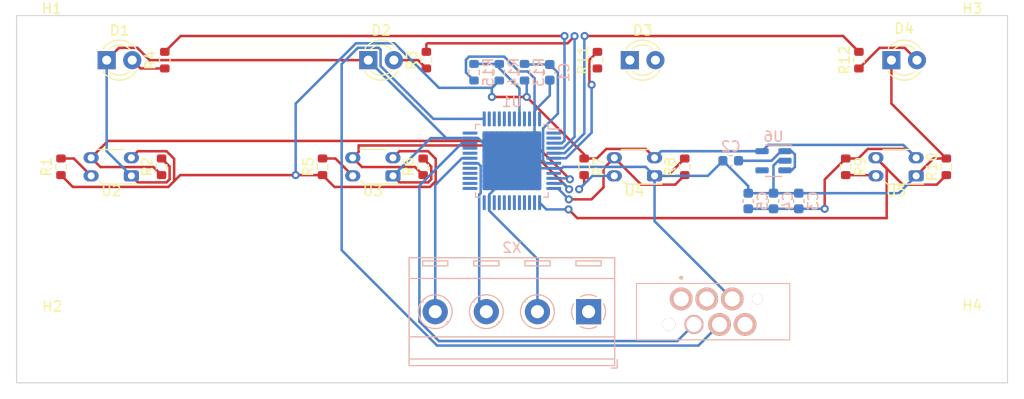
<source format=kicad_pcb>
(kicad_pcb (version 20221018) (generator pcbnew)
  (layers (0 "F.Cu" signal) (31 "B.Cu" signal) (34 "B.Paste" user) (35 "F.Paste" user) (36 "B.SilkS" user "B.Silkscreen") (37 "F.SilkS" user "F.Silkscreen") (38 "B.Mask" user) (39 "F.Mask" user) (44 "Edge.Cuts" user))
  (net 0 "")
  (net 1 "GNDD")
  (net 2 "Net-(U1-NRST)")
  (net 3 "Net-(U6-VIN)")
  (net 4 "+3.3V")
  (net 5 "Net-(D1-A)")
  (net 6 "Net-(D2-A)")
  (net 7 "Net-(D3-A)")
  (net 8 "Net-(D4-A)")
  (net 9 "Net-(U2-A)")
  (net 10 "/Pin0")
  (net 11 "/Light1")
  (net 12 "/Light0")
  (net 13 "Net-(U3-A)")
  (net 14 "/Pin1")
  (net 15 "Net-(U4-A)")
  (net 16 "/Pin2")
  (net 17 "Net-(U5-A)")
  (net 18 "/Pin3")
  (net 19 "/Light3")
  (net 20 "/Light2")
  (net 21 "Net-(U1-BOOT0)")
  (net 39 "/USART1_CK")
  (net 40 "/USART1_TX")
  (net 41 "/USART1_RX")
  (net 44 "/SYS_SWDIO")
  (net 46 "/SYS_SWCLK")
  (net 57 "/5V")
  (net 58 "+3V3")
  (net 59 "/NRST")
  (footprint "Resistor_SMD:R_0603_1608Metric" (layer "F.Cu") (at 119 99.1 90)
    (fp_text reference "R5" (at 0 -1.43 90) (layer "F.SilkS"))
    (fp_text value "470R")
    (pad "1" smd roundrect (at -0.825 0 90) (size 0.8 0.95) (layers "F.Cu" "F.Paste" "F.Mask") (net 4 "+3.3V"))
    (pad "2" smd roundrect (at 0.825 0 90) (size 0.8 0.95) (layers "F.Cu" "F.Paste" "F.Mask") (net 13 "Net-(U3-A)"))
  )
  (footprint "LED_THT:LED_D3.0mm" (layer "F.Cu") (at 149.545 88.5)
    (fp_text reference "D3" (at 1.27 -2.96) (layer "F.SilkS"))
    (fp_text value "LED")
    (pad "1" thru_hole rect (at 0 0) (size 1.8 1.8) (drill 0.9) (layers "*.Cu" "*.Mask") (net 1 "GNDD"))
    (pad "2" thru_hole circle (at 2.54 0) (size 1.8 1.8) (drill 0.9) (layers "*.Cu" "*.Mask") (net 7 "Net-(D3-A)"))
  )
  (footprint "MountingHole:MountingHole_3.2mm_M3" (layer "F.Cu") (at 92.13 117.17)
    (fp_text reference "H2" (at 0 -4.2) (layer "F.SilkS"))
    (fp_text value "MountingHole")
    (pad "" np_thru_hole circle (at 0 0) (size 3.2 3.2) (drill 3.2) (layers "*.Cu" "*.Mask"))
  )
  (footprint "Resistor_SMD:R_0603_1608Metric" (layer "F.Cu") (at 155 99.1 90)
    (fp_text reference "R8" (at 0 -1.43 90) (layer "F.SilkS"))
    (fp_text value "4K7")
    (pad "1" smd roundrect (at -0.825 0 90) (size 0.8 0.95) (layers "F.Cu" "F.Paste" "F.Mask") (net 16 "/Pin2"))
    (pad "2" smd roundrect (at 0.825 0 90) (size 0.8 0.95) (layers "F.Cu" "F.Paste" "F.Mask") (net 1 "GNDD"))
  )
  (footprint "OptoDevice:Everlight_ITR8307F43" (layer "F.Cu") (at 126 100 90)
    (fp_text reference "U3" (at -1.5 -2 180) (layer "F.SilkS"))
    (fp_text value "ITR20001/T")
    (pad "1" thru_hole roundrect (at 0 0 90) (size 1.1 1.5) (drill 0.7) (layers "*.Cu" "*.Mask") (roundrect_rratio 0.227) (net 1 "GNDD"))
    (pad "2" thru_hole oval (at 0 -4 90) (size 1.1 1.5) (drill 0.7) (layers "*.Cu" "*.Mask") (net 13 "Net-(U3-A)"))
    (pad "3" thru_hole oval (at 1.8 0 90) (size 1.1 1.5) (drill 0.7) (layers "*.Cu" "*.Mask") (net 4 "+3.3V"))
    (pad "4" thru_hole oval (at 1.8 -4 90) (size 1.1 1.5) (drill 0.7) (layers "*.Cu" "*.Mask") (net 14 "/Pin1"))
  )
  (footprint "Resistor_SMD:R_0603_1608Metric" (layer "F.Cu") (at 171 99.1 -90)
    (fp_text reference "R9" (at 0 -1.43 90) (layer "F.SilkS"))
    (fp_text value "470R")
    (pad "1" smd roundrect (at -0.825 0 270) (size 0.8 0.95) (layers "F.Cu" "F.Paste" "F.Mask") (net 4 "+3.3V"))
    (pad "2" smd roundrect (at 0.825 0 270) (size 0.8 0.95) (layers "F.Cu" "F.Paste" "F.Mask") (net 17 "Net-(U5-A)"))
  )
  (footprint "Resistor_SMD:R_0603_1608Metric" (layer "F.Cu") (at 129 99.1 90)
    (fp_text reference "R6" (at 0 -1.43 90) (layer "F.SilkS"))
    (fp_text value "4K7")
    (pad "1" smd roundrect (at -0.825 0 90) (size 0.8 0.95) (layers "F.Cu" "F.Paste" "F.Mask") (net 14 "/Pin1"))
    (pad "2" smd roundrect (at 0.825 0 90) (size 0.8 0.95) (layers "F.Cu" "F.Paste" "F.Mask") (net 1 "GNDD"))
  )
  (footprint "Resistor_SMD:R_0603_1608Metric" (layer "F.Cu") (at 145 99.1 -90)
    (fp_text reference "R7" (at 0 -1.43 90) (layer "F.SilkS"))
    (fp_text value "470R")
    (pad "1" smd roundrect (at -0.825 0 270) (size 0.8 0.95) (layers "F.Cu" "F.Paste" "F.Mask") (net 4 "+3.3V"))
    (pad "2" smd roundrect (at 0.825 0 270) (size 0.8 0.95) (layers "F.Cu" "F.Paste" "F.Mask") (net 15 "Net-(U4-A)"))
  )
  (footprint "LED_THT:LED_D3.0mm" (layer "F.Cu") (at 175.54 88.5)
    (fp_text reference "D4" (at 1.255 -3.14) (layer "F.SilkS"))
    (fp_text value "LED")
    (pad "1" thru_hole rect (at 0 0) (size 1.8 1.8) (drill 0.9) (layers "*.Cu" "*.Mask") (net 1 "GNDD"))
    (pad "2" thru_hole circle (at 2.54 0) (size 1.8 1.8) (drill 0.9) (layers "*.Cu" "*.Mask") (net 8 "Net-(D4-A)"))
  )
  (footprint "MountingHole:MountingHole_3.2mm_M3" (layer "F.Cu") (at 183.58 117.07)
    (fp_text reference "H4" (at 0 -4.2) (layer "F.SilkS"))
    (fp_text value "MountingHole")
    (pad "" np_thru_hole circle (at 0 0) (size 3.2 3.2) (drill 3.2) (layers "*.Cu" "*.Mask"))
  )
  (footprint "Resistor_SMD:R_0603_1608Metric" (layer "F.Cu") (at 103 99.1 90)
    (fp_text reference "R2" (at 0 -1.43 90) (layer "F.SilkS"))
    (fp_text value "4K7")
    (pad "1" smd roundrect (at -0.825 0 90) (size 0.8 0.95) (layers "F.Cu" "F.Paste" "F.Mask") (net 10 "/Pin0"))
    (pad "2" smd roundrect (at 0.825 0 90) (size 0.8 0.95) (layers "F.Cu" "F.Paste" "F.Mask") (net 1 "GNDD"))
  )
  (footprint "MountingHole:MountingHole_3.2mm_M3" (layer "F.Cu") (at 92.09 87.57)
    (fp_text reference "H1" (at 0 -4.2) (layer "F.SilkS"))
    (fp_text value "MountingHole")
    (pad "" np_thru_hole circle (at 0 0) (size 3.2 3.2) (drill 3.2) (layers "*.Cu" "*.Mask"))
  )
  (footprint "Resistor_SMD:R_0603_1608Metric" (layer "F.Cu") (at 129.32 88.5 90)
    (fp_text reference "R3" (at 0 -1.43 90) (layer "F.SilkS"))
    (fp_text value "470R")
    (pad "1" smd roundrect (at -0.825 0 90) (size 0.8 0.95) (layers "F.Cu" "F.Paste" "F.Mask") (net 6 "Net-(D2-A)"))
    (pad "2" smd roundrect (at 0.825 0 90) (size 0.8 0.95) (layers "F.Cu" "F.Paste" "F.Mask") (net 11 "/Light1"))
  )
  (footprint "Resistor_SMD:R_0603_1608Metric" (layer "F.Cu") (at 93 99.1 90)
    (fp_text reference "R1" (at 0 -1.43 90) (layer "F.SilkS"))
    (fp_text value "470R")
    (pad "1" smd roundrect (at -0.825 0 90) (size 0.8 0.95) (layers "F.Cu" "F.Paste" "F.Mask") (net 4 "+3.3V"))
    (pad "2" smd roundrect (at 0.825 0 90) (size 0.8 0.95) (layers "F.Cu" "F.Paste" "F.Mask") (net 9 "Net-(U2-A)"))
  )
  (footprint "LED_THT:LED_D3.0mm" (layer "F.Cu") (at 97.545 88.5)
    (fp_text reference "D1" (at 1.27 -2.96) (layer "F.SilkS"))
    (fp_text value "LED")
    (pad "1" thru_hole rect (at 0 0) (size 1.8 1.8) (drill 0.9) (layers "*.Cu" "*.Mask") (net 1 "GNDD"))
    (pad "2" thru_hole circle (at 2.54 0) (size 1.8 1.8) (drill 0.9) (layers "*.Cu" "*.Mask") (net 5 "Net-(D1-A)"))
  )
  (footprint "OptoDevice:Everlight_ITR8307F43" (layer "F.Cu") (at 100 100 90)
    (fp_text reference "U2" (at -1.5 -2 180) (layer "F.SilkS"))
    (fp_text value "ITR20001/T")
    (pad "1" thru_hole roundrect (at 0 0 90) (size 1.1 1.5) (drill 0.7) (layers "*.Cu" "*.Mask") (roundrect_rratio 0.227) (net 1 "GNDD"))
    (pad "2" thru_hole oval (at 0 -4 90) (size 1.1 1.5) (drill 0.7) (layers "*.Cu" "*.Mask") (net 9 "Net-(U2-A)"))
    (pad "3" thru_hole oval (at 1.8 0 90) (size 1.1 1.5) (drill 0.7) (layers "*.Cu" "*.Mask") (net 4 "+3.3V"))
    (pad "4" thru_hole oval (at 1.8 -4 90) (size 1.1 1.5) (drill 0.7) (layers "*.Cu" "*.Mask") (net 10 "/Pin0"))
  )
  (footprint "OptoDevice:Everlight_ITR8307F43" (layer "F.Cu") (at 152 100 90)
    (fp_text reference "U4" (at -1.5 -2 180) (layer "F.SilkS"))
    (fp_text value "ITR20001/T")
    (pad "1" thru_hole roundrect (at 0 0 90) (size 1.1 1.5) (drill 0.7) (layers "*.Cu" "*.Mask") (roundrect_rratio 0.227) (net 1 "GNDD"))
    (pad "2" thru_hole oval (at 0 -4 90) (size 1.1 1.5) (drill 0.7) (layers "*.Cu" "*.Mask") (net 15 "Net-(U4-A)"))
    (pad "3" thru_hole oval (at 1.8 0 90) (size 1.1 1.5) (drill 0.7) (layers "*.Cu" "*.Mask") (net 4 "+3.3V"))
    (pad "4" thru_hole oval (at 1.8 -4 90) (size 1.1 1.5) (drill 0.7) (layers "*.Cu" "*.Mask") (net 16 "/Pin2"))
  )
  (footprint "Resistor_SMD:R_0603_1608Metric" (layer "F.Cu") (at 146.32 88.5 90)
    (fp_text reference "R11" (at 0 -1.43 90) (layer "F.SilkS"))
    (fp_text value "470R")
    (pad "1" smd roundrect (at -0.825 0 90) (size 0.8 0.95) (layers "F.Cu" "F.Paste" "F.Mask") (net 7 "Net-(D3-A)"))
    (pad "2" smd roundrect (at 0.825 0 90) (size 0.8 0.95) (layers "F.Cu" "F.Paste" "F.Mask") (net 19 "/Light3"))
  )
  (footprint "OptoDevice:Everlight_ITR8307F43" (layer "F.Cu") (at 178 100 90)
    (fp_text reference "U5" (at -1.5 -2 180) (layer "F.SilkS"))
    (fp_text value "ITR20001/T")
    (pad "1" thru_hole roundrect (at 0 0 90) (size 1.1 1.5) (drill 0.7) (layers "*.Cu" "*.Mask") (roundrect_rratio 0.227) (net 1 "GNDD"))
    (pad "2" thru_hole oval (at 0 -4 90) (size 1.1 1.5) (drill 0.7) (layers "*.Cu" "*.Mask") (net 17 "Net-(U5-A)"))
    (pad "3" thru_hole oval (at 1.8 0 90) (size 1.1 1.5) (drill 0.7) (layers "*.Cu" "*.Mask") (net 4 "+3.3V"))
    (pad "4" thru_hole oval (at 1.8 -4 90) (size 1.1 1.5) (drill 0.7) (layers "*.Cu" "*.Mask") (net 18 "/Pin3"))
  )
  (footprint "Resistor_SMD:R_0603_1608Metric" (layer "F.Cu") (at 172.31 88.5 90)
    (fp_text reference "R12" (at 0 -1.43 90) (layer "F.SilkS"))
    (fp_text value "470R")
    (pad "1" smd roundrect (at -0.825 0 90) (size 0.8 0.95) (layers "F.Cu" "F.Paste" "F.Mask") (net 8 "Net-(D4-A)"))
    (pad "2" smd roundrect (at 0.825 0 90) (size 0.8 0.95) (layers "F.Cu" "F.Paste" "F.Mask") (net 20 "/Light2"))
  )
  (footprint "Resistor_SMD:R_0603_1608Metric" (layer "F.Cu") (at 103.32 88.5 90)
    (fp_text reference "R4" (at 0 -1.43 90) (layer "F.SilkS"))
    (fp_text value "470R")
    (pad "1" smd roundrect (at -0.825 0 90) (size 0.8 0.95) (layers "F.Cu" "F.Paste" "F.Mask") (net 5 "Net-(D1-A)"))
    (pad "2" smd roundrect (at 0.825 0 90) (size 0.8 0.95) (layers "F.Cu" "F.Paste" "F.Mask") (net 12 "/Light0"))
  )
  (footprint "LED_THT:LED_D3.0mm" (layer "F.Cu") (at 123.545 88.5)
    (fp_text reference "D2" (at 1.27 -2.96) (layer "F.SilkS"))
    (fp_text value "LED")
    (pad "1" thru_hole rect (at 0 0) (size 1.8 1.8) (drill 0.9) (layers "*.Cu" "*.Mask") (net 1 "GNDD"))
    (pad "2" thru_hole circle (at 2.54 0) (size 1.8 1.8) (drill 0.9) (layers "*.Cu" "*.Mask") (net 6 "Net-(D2-A)"))
  )
  (footprint "Resistor_SMD:R_0603_1608Metric" (layer "F.Cu") (at 181 99.1 90)
    (fp_text reference "R10" (at 0 -1.43 90) (layer "F.SilkS"))
    (fp_text value "4K7")
    (pad "1" smd roundrect (at -0.825 0 90) (size 0.8 0.95) (layers "F.Cu" "F.Paste" "F.Mask") (net 18 "/Pin3"))
    (pad "2" smd roundrect (at 0.825 0 90) (size 0.8 0.95) (layers "F.Cu" "F.Paste" "F.Mask") (net 1 "GNDD"))
  )
  (footprint "MountingHole:MountingHole_3.2mm_M3" (layer "F.Cu") (at 183.58 87.57)
    (fp_text reference "H3" (at 0 -4.2) (layer "F.SilkS"))
    (fp_text value "MountingHole")
    (pad "" np_thru_hole circle (at 0 0) (size 3.2 3.2) (drill 3.2) (layers "*.Cu" "*.Mask"))
  )
  (footprint "Resistor_SMD:R_0603_1608Metric" (layer "B.Cu") (at 136.565 89.7 90)
    (fp_text reference "R14" (at 0 1.43 90) (layer "B.SilkS") (effects (justify mirror)))
    (fp_text value "R")
    (pad "1" smd roundrect (at -0.825 0 90) (size 0.8 0.95) (layers "B.Cu" "B.Paste" "B.Mask") (net 4 "+3.3V"))
    (pad "2" smd roundrect (at 0.825 0 90) (size 0.8 0.95) (layers "B.Cu" "B.Paste" "B.Mask") (net 21 "Net-(U1-BOOT0)"))
  )
  (footprint "Library:490107670612" (layer "B.Cu") (at 154.645 112.23 180)
    (fp_text reference "X1" hide)
    (fp_text value "CONN_6" hide)
    (pad "1" thru_hole circle (at 0 0 90) (size 2.25 2.25) (drill 1.5) (layers "*.Cu" "*.Mask" "B.SilkS") (net 58 "+3V3"))
    (pad "2" thru_hole circle (at -1.27 -2.54 90) (size 1.9 1.9) (drill 1.5) (layers "*.Cu" "*.Mask" "B.SilkS") (net 44 "/SYS_SWDIO"))
    (pad "3" thru_hole circle (at -2.54 0 90) (size 2.25 2.25) (drill 1.5) (layers "*.Cu" "*.Mask" "B.SilkS") (net 59 "/NRST"))
    (pad "4" thru_hole circle (at -3.81 -2.54 90) (size 2.25 2.25) (drill 1.5) (layers "*.Cu" "*.Mask" "B.SilkS") (net 46 "/SYS_SWCLK"))
    (pad "5" thru_hole circle (at -5.08 0 90) (size 2.25 2.25) (drill 1.5) (layers "*.Cu" "*.Mask" "B.SilkS") (net 1 "GNDD"))
    (pad "6" thru_hole circle (at -6.35 -2.54 90) (size 2.25 2.25) (drill 1.5) (layers "*.Cu" "*.Mask" "B.SilkS"))
    (pad "7" thru_hole circle (at -7.58 0 90) (size 1.075 1.075) (drill 2.15) (layers "*.Cu" "*.Mask" "B.SilkS"))
    (pad "8" thru_hole circle (at 1.23 -2.54 90) (size 1.275 1.275) (drill 2.55) (layers "*.Cu" "*.Mask" "B.SilkS"))
  )
  (footprint "Capacitor_SMD:C_0603_1608Metric" (layer "B.Cu") (at 166.33 102.5 90)
    (fp_text reference "C3" (at 0 1.43 90) (layer "B.SilkS") (effects (justify mirror)))
    (fp_text value "C_Small")
    (pad "1" smd roundrect (at -0.775 0 90) (size 0.9 0.95) (layers "B.Cu" "B.Paste" "B.Mask") (net 4 "+3.3V"))
    (pad "2" smd roundrect (at 0.775 0 90) (size 0.9 0.95) (layers "B.Cu" "B.Paste" "B.Mask") (net 1 "GNDD"))
  )
  (footprint "Package_QFP:LQFP-48_7x7mm_P0.5mm" (layer "B.Cu") (at 137.82 98.5 180)
    (fp_text reference "U1" (at 0 5.85 -360) (layer "B.SilkS") (effects (justify mirror)))
    (fp_text value "STM32L071CBTx")
    (pad "1" smd roundrect (at -4.1625 2.75 180) (size 1.475 0.3) (layers "B.Cu" "B.Paste" "B.Mask"))
    (pad "2" smd roundrect (at -4.1625 2.25 180) (size 1.475 0.3) (layers "B.Cu" "B.Paste" "B.Mask"))
    (pad "3" smd roundrect (at -4.1625 1.75 180) (size 1.475 0.3) (layers "B.Cu" "B.Paste" "B.Mask") (net 12 "/Light0"))
    (pad "4" smd roundrect (at -4.1625 1.25 180) (size 1.475 0.3) (layers "B.Cu" "B.Paste" "B.Mask") (net 11 "/Light1"))
    (pad "5" smd roundrect (at -4.1625 0.75 180) (size 1.475 0.3) (layers "B.Cu" "B.Paste" "B.Mask") (net 20 "/Light2"))
    (pad "6" smd roundrect (at -4.1625 0.25 180) (size 1.475 0.3) (layers "B.Cu" "B.Paste" "B.Mask") (net 19 "/Light3"))
    (pad "7" smd roundrect (at -4.1625 -0.25 180) (size 1.475 0.3) (layers "B.Cu" "B.Paste" "B.Mask") (net 2 "Net-(U1-NRST)"))
    (pad "8" smd roundrect (at -4.1625 -0.75 180) (size 1.475 0.3) (layers "B.Cu" "B.Paste" "B.Mask") (net 1 "GNDD"))
    (pad "9" smd roundrect (at -4.1625 -1.25 180) (size 1.475 0.3) (layers "B.Cu" "B.Paste" "B.Mask"))
    (pad "10" smd roundrect (at -4.1625 -1.75 180) (size 1.475 0.3) (layers "B.Cu" "B.Paste" "B.Mask") (net 10 "/Pin0"))
    (pad "11" smd roundrect (at -4.1625 -2.25 180) (size 1.475 0.3) (layers "B.Cu" "B.Paste" "B.Mask") (net 14 "/Pin1"))
    (pad "12" smd roundrect (at -4.1625 -2.75 180) (size 1.475 0.3) (layers "B.Cu" "B.Paste" "B.Mask") (net 16 "/Pin2"))
    (pad "13" smd roundrect (at -2.75 -4.1625 180) (size 0.3 1.475) (layers "B.Cu" "B.Paste" "B.Mask") (net 18 "/Pin3"))
    (pad "14" smd roundrect (at -2.25 -4.1625 180) (size 0.3 1.475) (layers "B.Cu" "B.Paste" "B.Mask"))
    (pad "15" smd roundrect (at -1.75 -4.1625 180) (size 0.3 1.475) (layers "B.Cu" "B.Paste" "B.Mask"))
    (pad "16" smd roundrect (at -1.25 -4.1625 180) (size 0.3 1.475) (layers "B.Cu" "B.Paste" "B.Mask"))
    (pad "17" smd roundrect (at -0.75 -4.1625 180) (size 0.3 1.475) (layers "B.Cu" "B.Paste" "B.Mask"))
    (pad "18" smd roundrect (at -0.25 -4.1625 180) (size 0.3 1.475) (layers "B.Cu" "B.Paste" "B.Mask"))
    (pad "19" smd roundrect (at 0.25 -4.1625 180) (size 0.3 1.475) (layers "B.Cu" "B.Paste" "B.Mask"))
    (pad "20" smd roundrect (at 0.75 -4.1625 180) (size 0.3 1.475) (layers "B.Cu" "B.Paste" "B.Mask"))
    (pad "21" smd roundrect (at 1.25 -4.1625 180) (size 0.3 1.475) (layers "B.Cu" "B.Paste" "B.Mask"))
    (pad "22" smd roundrect (at 1.75 -4.1625 180) (size 0.3 1.475) (layers "B.Cu" "B.Paste" "B.Mask"))
    (pad "23" smd roundrect (at 2.25 -4.1625 180) (size 0.3 1.475) (layers "B.Cu" "B.Paste" "B.Mask") (net 1 "GNDD"))
    (pad "24" smd roundrect (at 2.75 -4.1625 180) (size 0.3 1.475) (layers "B.Cu" "B.Paste" "B.Mask"))
    (pad "25" smd roundrect (at 4.1625 -2.75 180) (size 1.475 0.3) (layers "B.Cu" "B.Paste" "B.Mask"))
    (pad "26" smd roundrect (at 4.1625 -2.25 180) (size 1.475 0.3) (layers "B.Cu" "B.Paste" "B.Mask"))
    (pad "27" smd roundrect (at 4.1625 -1.75 180) (size 1.475 0.3) (layers "B.Cu" "B.Paste" "B.Mask"))
    (pad "28" smd roundrect (at 4.1625 -1.25 180) (size 1.475 0.3) (layers "B.Cu" "B.Paste" "B.Mask"))
    (pad "29" smd roundrect (at 4.1625 -0.75 180) (size 1.475 0.3) (layers "B.Cu" "B.Paste" "B.Mask") (net 39 "/USART1_CK"))
    (pad "30" smd roundrect (at 4.1625 -0.25 180) (size 1.475 0.3) (layers "B.Cu" "B.Paste" "B.Mask") (net 40 "/USART1_TX"))
    (pad "31" smd roundrect (at 4.1625 0.25 180) (size 1.475 0.3) (layers "B.Cu" "B.Paste" "B.Mask") (net 41 "/USART1_RX"))
    (pad "32" smd roundrect (at 4.1625 0.75 180) (size 1.475 0.3) (layers "B.Cu" "B.Paste" "B.Mask"))
    (pad "33" smd roundrect (at 4.1625 1.25 180) (size 1.475 0.3) (layers "B.Cu" "B.Paste" "B.Mask"))
    (pad "34" smd roundrect (at 4.1625 1.75 180) (size 1.475 0.3) (layers "B.Cu" "B.Paste" "B.Mask") (net 44 "/SYS_SWDIO"))
    (pad "35" smd roundrect (at 4.1625 2.25 180) (size 1.475 0.3) (layers "B.Cu" "B.Paste" "B.Mask") (net 1 "GNDD"))
    (pad "36" smd roundrect (at 4.1625 2.75 180) (size 1.475 0.3) (layers "B.Cu" "B.Paste" "B.Mask"))
    (pad "37" smd roundrect (at 2.75 4.1625 180) (size 0.3 1.475) (layers "B.Cu" "B.Paste" "B.Mask") (net 46 "/SYS_SWCLK"))
    (pad "38" smd roundrect (at 2.25 4.1625 180) (size 0.3 1.475) (layers "B.Cu" "B.Paste" "B.Mask"))
    (pad "39" smd roundrect (at 1.75 4.1625 180) (size 0.3 1.475) (layers "B.Cu" "B.Paste" "B.Mask"))
    (pad "40" smd roundrect (at 1.25 4.1625 180) (size 0.3 1.475) (layers "B.Cu" "B.Paste" "B.Mask"))
    (pad "41" smd roundrect (at 0.75 4.1625 180) (size 0.3 1.475) (layers "B.Cu" "B.Paste" "B.Mask"))
    (pad "42" smd roundrect (at 0.25 4.1625 180) (size 0.3 1.475) (layers "B.Cu" "B.Paste" "B.Mask"))
    (pad "43" smd roundrect (at -0.25 4.1625 180) (size 0.3 1.475) (layers "B.Cu" "B.Paste" "B.Mask"))
    (pad "44" smd roundrect (at -0.75 4.1625 180) (size 0.3 1.475) (layers "B.Cu" "B.Paste" "B.Mask") (net 21 "Net-(U1-BOOT0)"))
    (pad "45" smd roundrect (at -1.25 4.1625 180) (size 0.3 1.475) (layers "B.Cu" "B.Paste" "B.Mask"))
    (pad "46" smd roundrect (at -1.75 4.1625 180) (size 0.3 1.475) (layers "B.Cu" "B.Paste" "B.Mask"))
    (pad "47" smd roundrect (at -2.25 4.1625 180) (size 0.3 1.475) (layers "B.Cu" "B.Paste" "B.Mask") (net 1 "GNDD"))
    (pad "48" smd roundrect (at -2.75 4.1625 180) (size 0.3 1.475) (layers "B.Cu" "B.Paste" "B.Mask"))
  )
  (footprint "Package_TO_SOT_SMD:SOT-23-5" (layer "B.Cu") (at 163.82 98.5 180)
    (fp_text reference "U6" (at 0 2.4) (layer "B.SilkS") (effects (justify mirror)))
    (fp_text value "MCP1824T-3302E/OT")
    (pad "1" smd roundrect (at -1.1375 0.95 180) (size 1.325 0.6) (layers "B.Cu" "B.Paste" "B.Mask") (net 3 "Net-(U6-VIN)"))
    (pad "2" smd roundrect (at -1.1375 0 180) (size 1.325 0.6) (layers "B.Cu" "B.Paste" "B.Mask") (net 1 "GNDD"))
    (pad "3" smd roundrect (at -1.1375 -0.95 180) (size 1.325 0.6) (layers "B.Cu" "B.Paste" "B.Mask") (net 3 "Net-(U6-VIN)"))
    (pad "4" smd roundrect (at 1.1375 -0.95 180) (size 1.325 0.6) (layers "B.Cu" "B.Paste" "B.Mask"))
    (pad "5" smd roundrect (at 1.1375 0.95 180) (size 1.325 0.6) (layers "B.Cu" "B.Paste" "B.Mask") (net 4 "+3.3V"))
  )
  (footprint "Capacitor_SMD:C_0603_1608Metric" (layer "B.Cu") (at 159.57 98.5 180)
    (fp_text reference "C2" (at 0 1.43) (layer "B.SilkS") (effects (justify mirror)))
    (fp_text value "C_Small")
    (pad "1" smd roundrect (at -0.775 0 180) (size 0.9 0.95) (layers "B.Cu" "B.Paste" "B.Mask") (net 3 "Net-(U6-VIN)"))
    (pad "2" smd roundrect (at 0.775 0 180) (size 0.9 0.95) (layers "B.Cu" "B.Paste" "B.Mask") (net 1 "GNDD"))
  )
  (footprint "Resistor_SMD:R_0603_1608Metric" (layer "B.Cu") (at 134.055 89.7 90)
    (fp_text reference "R15" (at 0 1.43 90) (layer "B.SilkS") (effects (justify mirror)))
    (fp_text value "R")
    (pad "1" smd roundrect (at -0.825 0 90) (size 0.8 0.95) (layers "B.Cu" "B.Paste" "B.Mask") (net 1 "GNDD"))
    (pad "2" smd roundrect (at 0.825 0 90) (size 0.8 0.95) (layers "B.Cu" "B.Paste" "B.Mask") (net 21 "Net-(U1-BOOT0)"))
  )
  (footprint "Capacitor_SMD:C_0603_1608Metric" (layer "B.Cu") (at 141.585 89.71 90)
    (fp_text reference "C1" (at 0 1.43 90) (layer "B.SilkS") (effects (justify mirror)))
    (fp_text value "C_Small")
    (pad "1" smd roundrect (at -0.775 0 90) (size 0.9 0.95) (layers "B.Cu" "B.Paste" "B.Mask") (net 1 "GNDD"))
    (pad "2" smd roundrect (at 0.775 0 90) (size 0.9 0.95) (layers "B.Cu" "B.Paste" "B.Mask") (net 2 "Net-(U1-NRST)"))
  )
  (footprint "Capacitor_SMD:C_0603_1608Metric" (layer "B.Cu") (at 163.82 102.5 90)
    (fp_text reference "C4" (at 0 1.43 90) (layer "B.SilkS") (effects (justify mirror)))
    (fp_text value "C_Small")
    (pad "1" smd roundrect (at -0.775 0 90) (size 0.9 0.95) (layers "B.Cu" "B.Paste" "B.Mask") (net 4 "+3.3V"))
    (pad "2" smd roundrect (at 0.775 0 90) (size 0.9 0.95) (layers "B.Cu" "B.Paste" "B.Mask") (net 1 "GNDD"))
  )
  (footprint "Resistor_SMD:R_0603_1608Metric" (layer "B.Cu") (at 139.075 89.7 90)
    (fp_text reference "R13" (at 0 1.43 90) (layer "B.SilkS") (effects (justify mirror)))
    (fp_text value "R")
    (pad "1" smd roundrect (at -0.825 0 90) (size 0.8 0.95) (layers "B.Cu" "B.Paste" "B.Mask") (net 4 "+3.3V"))
    (pad "2" smd roundrect (at 0.825 0 90) (size 0.8 0.95) (layers "B.Cu" "B.Paste" "B.Mask") (net 2 "Net-(U1-NRST)"))
  )
  (footprint "TerminalBlock_RND:TerminalBlock_RND_205-00289_1x04_P5.08mm_Horizontal" (layer "B.Cu") (at 145.44 113.5 180)
    (fp_text reference "X2" (at 7.62 6.36 -360) (layer "B.SilkS") (effects (justify mirror)))
    (fp_text value "CONN_4")
    (pad "1" thru_hole rect (at 0 0 180) (size 2.5 2.5) (drill 1.3) (layers "*.Cu" "*.Mask") (net 57 "/5V"))
    (pad "2" thru_hole circle (at 5.08 0 180) (size 2.5 2.5) (drill 1.3) (layers "*.Cu" "*.Mask") (net 1 "GNDD"))
    (pad "3" thru_hole circle (at 10.16 0 180) (size 2.5 2.5) (drill 1.3) (layers "*.Cu" "*.Mask") (net 40 "/USART1_TX"))
    (pad "4" thru_hole circle (at 15.24 0 180) (size 2.5 2.5) (drill 1.3) (layers "*.Cu" "*.Mask") (net 41 "/USART1_RX"))
  )
  (footprint "Capacitor_SMD:C_0603_1608Metric" (layer "B.Cu") (at 161.31 102.5 90)
    (fp_text reference "C5" (at 0 1.43 90) (layer "B.SilkS") (effects (justify mirror)))
    (fp_text value "C_Small")
    (pad "1" smd roundrect (at -0.775 0 90) (size 0.9 0.95) (layers "B.Cu" "B.Paste" "B.Mask") (net 4 "+3.3V"))
    (pad "2" smd roundrect (at 0.775 0 90) (size 0.9 0.95) (layers "B.Cu" "B.Paste" "B.Mask") (net 1 "GNDD"))
  )
  (gr_rect (start 88.59 84.07) (end 187.08 120.57) (stroke (width 0.1)) (fill none) (layer "Edge.Cuts"))
  (segment (start 153.275 100) (end 155 98.275) (width 0.25) (layer "F.Cu") (net 1))
  (segment (start 98.76507 87.27993) (end 97.545 88.5) (width 0.25) (layer "F.Cu") (net 1))
  (segment (start 179.725 98.275) (end 178 100) (width 0.25) (layer "F.Cu") (net 1))
  (segment (start 100.595598 87.27993) (end 98.76507 87.27993) (width 0.25) (layer "F.Cu") (net 1))
  (segment (start 100 100) (end 100.65 100.65) (width 0.25) (layer "F.Cu") (net 1))
  (segment (start 152 100) (end 153.275 100) (width 0.25) (layer "F.Cu") (net 1))
  (segment (start 175.54 92.815) (end 175.54 88.5) (width 0.25) (layer "F.Cu") (net 1))
  (segment (start 181 98.275) (end 179.725 98.275) (width 0.25) (layer "F.Cu") (net 1))
  (segment (start 123.545 88.5) (end 101.815668 88.5) (width 0.25) (layer "F.Cu") (net 1))
  (segment (start 181 98.275) (end 175.54 92.815) (width 0.25) (layer "F.Cu") (net 1))
  (segment (start 103.8 99.075) (end 103 98.275) (width 0.25) (layer "F.Cu") (net 1))
  (segment (start 126.65 100.65) (end 129.492462 100.65) (width 0.25) (layer "F.Cu") (net 1))
  (segment (start 100.65 100.65) (end 103.492462 100.65) (width 0.25) (layer "F.Cu") (net 1))
  (segment (start 129.8 100.342462) (end 129.8 99.075) (width 0.25) (layer "F.Cu") (net 1))
  (segment (start 126 100) (end 126.65 100.65) (width 0.25) (layer "F.Cu") (net 1))
  (segment (start 103.492462 100.65) (end 103.8 100.342462) (width 0.25) (layer "F.Cu") (net 1))
  (segment (start 103.8 100.342462) (end 103.8 99.075) (width 0.25) (layer "F.Cu") (net 1))
  (segment (start 129.492462 100.65) (end 129.8 100.342462) (width 0.25) (layer "F.Cu") (net 1))
  (segment (start 129.8 99.075) (end 129 98.275) (width 0.25) (layer "F.Cu") (net 1))
  (segment (start 101.815668 88.5) (end 100.595598 87.27993) (width 0.25) (layer "F.Cu") (net 1))
  (segment (start 137.057462 88.15) (end 133.562538 88.15) (width 0.25) (layer "B.Cu") (net 1))
  (segment (start 163.82 101.725) (end 161.31 101.725) (width 0.25) (layer "B.Cu") (net 1))
  (segment (start 97.545 88.5) (end 97.545 97.545) (width 0.25) (layer "B.Cu") (net 1))
  (segment (start 161.31 101.725) (end 161.31 101.015) (width 0.25) (layer "B.Cu") (net 1))
  (segment (start 140.07 93.534314) (end 141.585 92.019314) (width 0.25) (layer "B.Cu") (net 1))
  (segment (start 164.9575 98.5) (end 164.295 98.5) (width 0.25) (layer "B.Cu") (net 1))
  (segment (start 141.9825 99.25) (end 142.785686 99.25) (width 0.25) (layer "B.Cu") (net 1))
  (segment (start 142.785686 99.25) (end 142.925686 99.11) (width 0.25) (layer "B.Cu") (net 1))
  (segment (start 138.530533 89.623071) (end 137.057462 88.15) (width 0.25) (layer "B.Cu") (net 1))
  (segment (start 140.07 94.3375) (end 140.07 93.534314) (width 0.25) (layer "B.Cu") (net 1))
  (segment (start 133.255 89.725) (end 134.055 90.525) (width 0.25) (layer "B.Cu") (net 1))
  (segment (start 176.275 101.725) (end 178 100) (width 0.25) (layer "B.Cu") (net 1))
  (segment (start 139.390533 89.623071) (end 138.530533 89.623071) (width 0.25) (layer "B.Cu") (net 1))
  (segment (start 141.585 92.019314) (end 141.585 90.485) (width 0.25) (layer "B.Cu") (net 1))
  (segment (start 133.562538 88.15) (end 133.255 88.457538) (width 0.25) (layer "B.Cu") (net 1))
  (segment (start 133.6575 96.25) (end 134.460686 96.25) (width 0.25) (layer "B.Cu") (net 1))
  (segment (start 157.295 100) (end 158.795 98.5) (width 0.25) (layer "B.Cu") (net 1))
  (segment (start 140.07 90.302538) (end 139.390533 89.623071) (width 0.25) (layer "B.Cu") (net 1))
  (segment (start 129.75 96.25) (end 126 100) (width 0.25) (layer "B.Cu") (net 1))
  (segment (start 140.36 108.255686) (end 140.36 113.5) (width 0.25) (layer "B.Cu") (net 1))
  (segment (start 133.255 88.457538) (end 133.255 89.725) (width 0.25) (layer "B.Cu") (net 1))
  (segment (start 161.31 101.015) (end 158.795 98.5) (width 0.25) (layer "B.Cu") (net 1))
  (segment (start 152 104.505) (end 159.725 112.23) (width 0.25) (layer "B.Cu") (net 1))
  (segment (start 151.11 99.11) (end 152 100) (width 0.25) (layer "B.Cu") (net 1))
  (segment (start 131.295 96.25) (end 123.545 88.5) (width 0.25) (layer "B.Cu") (net 1))
  (segment (start 152 100) (end 157.295 100) (width 0.25) (layer "B.Cu") (net 1))
  (segment (start 97.545 97.545) (end 100 100) (width 0.25) (layer "B.Cu") (net 1))
  (segment (start 142.925686 99.11) (end 151.11 99.11) (width 0.25) (layer "B.Cu") (net 1))
  (segment (start 166.33 101.725) (end 163.82 101.725) (width 0.25) (layer "B.Cu") (net 1))
  (segment (start 152 100) (end 152 104.505) (width 0.25) (layer "B.Cu") (net 1))
  (segment (start 135.57 103.465686) (end 140.36 108.255686) (width 0.25) (layer "B.Cu") (net 1))
  (segment (start 133.6575 96.25) (end 129.75 96.25) (width 0.25) (layer "B.Cu") (net 1))
  (segment (start 135.57 101.859314) (end 135.57 102.6625) (width 0.25) (layer "B.Cu") (net 1))
  (segment (start 140.07 97.359314) (end 135.57 101.859314) (width 0.25) (layer "B.Cu") (net 1))
  (segment (start 140.07 94.3375) (end 140.07 97.359314) (width 0.25) (layer "B.Cu") (net 1))
  (segment (start 137.460686 99.25) (end 141.9825 99.25) (width 0.25) (layer "B.Cu") (net 1))
  (segment (start 135.57 102.6625) (end 135.57 103.465686) (width 0.25) (layer "B.Cu") (net 1))
  (segment (start 164.295 98.5) (end 163.82 98.975) (width 0.25) (layer "B.Cu") (net 1))
  (segment (start 163.82 98.975) (end 163.82 101.725) (width 0.25) (layer "B.Cu") (net 1))
  (segment (start 133.6575 96.25) (end 131.295 96.25) (width 0.25) (layer "B.Cu") (net 1))
  (segment (start 166.33 101.725) (end 176.275 101.725) (width 0.25) (layer "B.Cu") (net 1))
  (segment (start 134.460686 96.25) (end 137.460686 99.25) (width 0.25) (layer "B.Cu") (net 1))
  (segment (start 140.07 94.3375) (end 140.07 90.302538) (width 0.25) (layer "B.Cu") (net 1))
  (segment (start 142.39 89.74) (end 141.585 88.935) (width 0.25) (layer "B.Cu") (net 2))
  (segment (start 140.92 98.490686) (end 140.92 95.290686) (width 0.25) (layer "B.Cu") (net 2))
  (segment (start 142.39 93.820686) (end 142.39 89.74) (width 0.25) (layer "B.Cu") (net 2))
  (segment (start 141.179314 98.75) (end 140.92 98.490686) (width 0.25) (layer "B.Cu") (net 2))
  (segment (start 141.9825 98.75) (end 141.179314 98.75) (width 0.25) (layer "B.Cu") (net 2))
  (segment (start 140.92 95.290686) (end 142.39 93.820686) (width 0.25) (layer "B.Cu") (net 2))
  (segment (start 141.585 88.935) (end 139.135 88.935) (width 0.25) (layer "B.Cu") (net 2))
  (segment (start 139.135 88.935) (end 139.075 88.875) (width 0.25) (layer "B.Cu") (net 2))
  (segment (start 165.945 99.125) (end 165.945 97.875) (width 0.25) (layer "B.Cu") (net 3))
  (segment (start 165.62 99.45) (end 165.945 99.125) (width 0.25) (layer "B.Cu") (net 3))
  (segment (start 163.623248 98.5) (end 164.573248 97.55) (width 0.25) (layer "B.Cu") (net 3))
  (segment (start 160.345 98.5) (end 163.623248 98.5) (width 0.25) (layer "B.Cu") (net 3))
  (segment (start 164.9575 99.45) (end 165.62 99.45) (width 0.25) (layer "B.Cu") (net 3))
  (segment (start 165.945 97.875) (end 165.62 97.55) (width 0.25) (layer "B.Cu") (net 3))
  (segment (start 164.573248 97.55) (end 164.9575 97.55) (width 0.25) (layer "B.Cu") (net 3))
  (segment (start 165.62 97.55) (end 164.9575 97.55) (width 0.25) (layer "B.Cu") (net 3))
  (segment (start 172.25 98.275) (end 173.2 97.325) (width 0.25) (layer "F.Cu") (net 4))
  (segment (start 173.2 97.325) (end 177.125 97.325) (width 0.25) (layer "F.Cu") (net 4))
  (segment (start 104.25 100.528858) (end 104.25 98.307538) (width 0.25) (layer "F.Cu") (net 4))
  (segment (start 103.492462 97.55) (end 100.65 97.55) (width 0.25) (layer "F.Cu") (net 4))
  (segment (start 129.492462 97.55) (end 126.65 97.55) (width 0.25) (layer "F.Cu") (net 4))
  (segment (start 147.2 97.325) (end 151.125 97.325) (width 0.25) (layer "F.Cu") (net 4))
  (segment (start 104.25 98.307538) (end 103.492462 97.55) (width 0.25) (layer "F.Cu") (net 4))
  (segment (start 93 99.925) (end 94.175 101.1) (width 0.25) (layer "F.Cu") (net 4))
  (segment (start 171 98.275) (end 172.25 98.275) (width 0.25) (layer "F.Cu") (net 4))
  (segment (start 168.91 100.365) (end 171 98.275) (width 0.25) (layer "F.Cu") (net 4))
  (segment (start 104.853858 99.925) (end 116.33 99.925) (width 0.25) (layer "F.Cu") (net 4))
  (segment (start 177.125 97.325) (end 178 98.2) (width 0.25) (layer "F.Cu") (net 4))
  (segment (start 168.91 103.28) (end 168.91 100.365) (width 0.25) (layer "F.Cu") (net 4))
  (segment (start 116.33 99.925) (end 119 99.925) (width 0.25) (layer "F.Cu") (net 4))
  (segment (start 146.25 98.275) (end 147.2 97.325) (width 0.25) (layer "F.Cu") (net 4))
  (segment (start 100.65 97.55) (end 100 98.2) (width 0.25) (layer "F.Cu") (net 4))
  (segment (start 130.25 100.528858) (end 130.25 98.307538) (width 0.25) (layer "F.Cu") (net 4))
  (segment (start 126.65 97.55) (end 126 98.2) (width 0.25) (layer "F.Cu") (net 4))
  (segment (start 120.175 101.1) (end 129.678858 101.1) (width 0.25) (layer "F.Cu") (net 4))
  (segment (start 129.678858 101.1) (end 130.25 100.528858) (width 0.25) (layer "F.Cu") (net 4))
  (segment (start 119 99.925) (end 120.175 101.1) (width 0.25) (layer "F.Cu") (net 4))
  (segment (start 130.25 98.307538) (end 129.492462 97.55) (width 0.25) (layer "F.Cu") (net 4))
  (segment (start 145 97.8655) (end 139.2945 92.16) (width 0.25) (layer "F.Cu") (net 4))
  (segment (start 145 98.275) (end 146.25 98.275) (width 0.25) (layer "F.Cu") (net 4))
  (segment (start 94.175 101.1) (end 103.678858 101.1) (width 0.25) (layer "F.Cu") (net 4))
  (segment (start 104.25 100.528858) (end 104.853858 99.925) (width 0.25) (layer "F.Cu") (net 4))
  (segment (start 139.2945 92.16) (end 135.83 92.16) (width 0.25) (layer "F.Cu") (net 4))
  (segment (start 151.125 97.325) (end 152 98.2) (width 0.25) (layer "F.Cu") (net 4))
  (segment (start 103.678858 101.1) (end 104.25 100.528858) (width 0.25) (layer "F.Cu") (net 4))
  (segment (start 145 98.275) (end 145 97.8655) (width 0.25) (layer "F.Cu") (net 4))
  (via (at 116.33 99.925) (size 0.8) (drill 0.4) (layers "F.Cu" "B.Cu") (net 4))
  (via (at 135.83 92.16) (size 0.8) (drill 0.4) (layers "F.Cu" "B.Cu") (net 4))
  (via (at 139.2945 92.16) (size 0.8) (drill 0.4) (layers "F.Cu" "B.Cu") (net 4))
  (via (at 168.91 103.28) (size 0.8) (drill 0.4) (layers "F.Cu" "B.Cu") (net 4))
  (segment (start 162.6825 97.55) (end 163.3075 96.925) (width 0.25) (layer "B.Cu") (net 4))
  (segment (start 126.140668 86.825) (end 122.323984 86.825) (width 0.25) (layer "B.Cu") (net 4))
  (segment (start 152.65 97.55) (end 162.6825 97.55) (width 0.25) (layer "B.Cu") (net 4))
  (segment (start 161.31 103.275) (end 163.82 103.275) (width 0.25) (layer "B.Cu") (net 4))
  (segment (start 135.84 91.25) (end 130.565668 91.25) (width 0.25) (layer "B.Cu") (net 4))
  (segment (start 139.2945 92.16) (end 139.2945 90.7445) (width 0.25) (layer "B.Cu") (net 4))
  (segment (start 152 98.2) (end 152.65 97.55) (width 0.25) (layer "B.Cu") (net 4))
  (segment (start 116.33 92.818984) (end 116.33 99.925) (width 0.25) (layer "B.Cu") (net 4))
  (segment (start 130.565668 91.25) (end 126.140668 86.825) (width 0.25) (layer "B.Cu") (net 4))
  (segment (start 163.82 103.275) (end 166.33 103.275) (width 0.25) (layer "B.Cu") (net 4))
  (segment (start 136.565 90.525) (end 135.84 91.25) (width 0.25) (layer "B.Cu") (net 4))
  (segment (start 166.33 103.275) (end 168.905 103.275) (width 0.25) (layer "B.Cu") (net 4))
  (segment (start 139.2945 90.7445) (end 139.075 90.525) (width 0.25) (layer "B.Cu") (net 4))
  (segment (start 135.83 91.26) (end 136.565 90.525) (width 0.25) (layer "B.Cu") (net 4))
  (segment (start 122.323984 86.825) (end 116.33 92.818984) (width 0.25) (layer "B.Cu") (net 4))
  (segment (start 176.725 96.925) (end 178 98.2) (width 0.25) (layer "B.Cu") (net 4))
  (segment (start 163.3075 96.925) (end 176.725 96.925) (width 0.25) (layer "B.Cu") (net 4))
  (segment (start 135.83 92.16) (end 135.83 91.26) (width 0.25) (layer "B.Cu") (net 4))
  (segment (start 168.905 103.275) (end 168.91 103.28) (width 0.25) (layer "B.Cu") (net 4))
  (segment (start 100.91 89.325) (end 103.32 89.325) (width 0.25) (layer "F.Cu") (net 5))
  (segment (start 100.085 88.5) (end 100.91 89.325) (width 0.25) (layer "F.Cu") (net 5))
  (segment (start 126.085 88.5) (end 128.495 88.5) (width 0.25) (layer "F.Cu") (net 6))
  (segment (start 128.495 88.5) (end 129.32 89.325) (width 0.25) (layer "F.Cu") (net 6))
  (segment (start 174.36 87.275) (end 172.31 89.325) (width 0.25) (layer "F.Cu") (net 8))
  (segment (start 176.855 87.275) (end 174.36 87.275) (width 0.25) (layer "F.Cu") (net 8))
  (segment (start 178.08 88.5) (end 176.855 87.275) (width 0.25) (layer "F.Cu") (net 8))
  (segment (start 94.275 98.275) (end 96 100) (width 0.25) (layer "F.Cu") (net 9))
  (segment (start 93 98.275) (end 94.275 98.275) (width 0.25) (layer "F.Cu") (net 9))
  (segment (start 143.58 100.34) (end 139.77 96.53) (width 0.25) (layer "F.Cu") (net 10))
  (segment (start 96 98.2) (end 96.925 99.125) (width 0.25) (layer "F.Cu") (net 10))
  (segment (start 96.925 99.125) (end 102.2 99.125) (width 0.25) (layer "F.Cu") (net 10))
  (segment (start 139.77 96.53) (end 97.67 96.53) (width 0.25) (layer "F.Cu") (net 10))
  (segment (start 97.67 96.53) (end 96 98.2) (width 0.25) (layer "F.Cu") (net 10))
  (segment (start 102.2 99.125) (end 103 99.925) (width 0.25) (layer "F.Cu") (net 10))
  (via (at 143.58 100.34) (size 0.8) (drill 0.4) (layers "F.Cu" "B.Cu") (net 10))
  (segment (start 141.9825 100.25) (end 143.49 100.25) (width 0.25) (layer "B.Cu") (net 10))
  (segment (start 143.49 100.25) (end 143.58 100.34) (width 0.25) (layer "B.Cu") (net 10))
  (segment (start 143.350305 86.825) (end 129.425 86.825) (width 0.25) (layer "F.Cu") (net 11))
  (segment (start 143.775 86.400305) (end 143.350305 86.825) (width 0.25) (layer "F.Cu") (net 11))
  (segment (start 129.425 86.825) (end 129.32 86.93) (width 0.25) (layer "F.Cu") (net 11))
  (segment (start 143.775 86.388881) (end 143.775 86.400305) (width 0.25) (layer "F.Cu") (net 11))
  (segment (start 129.32 86.93) (end 129.32 87.675) (width 0.25) (layer "F.Cu") (net 11))
  (segment (start 144.049397 86.114484) (end 143.775 86.388881) (width 0.25) (layer "F.Cu") (net 11))
  (via (at 144.049397 86.114484) (size 0.8) (drill 0.4) (layers "F.Cu" "B.Cu") (net 11))
  (segment (start 144.05 86.115087) (end 144.05 96.122082) (width 0.25) (layer "B.Cu") (net 11))
  (segment (start 144.05 96.122082) (end 142.922082 97.25) (width 0.25) (layer "B.Cu") (net 11))
  (segment (start 144.049397 86.114484) (end 144.05 86.115087) (width 0.25) (layer "B.Cu") (net 11))
  (segment (start 142.922082 97.25) (end 141.9825 97.25) (width 0.25) (layer "B.Cu") (net 11))
  (segment (start 143.05 86.1) (end 104.895 86.1) (width 0.25) (layer "F.Cu") (net 12))
  (segment (start 104.895 86.1) (end 103.32 87.675) (width 0.25) (layer "F.Cu") (net 12))
  (via (at 143.05 86.1) (size 0.8) (drill 0.4) (layers "F.Cu" "B.Cu") (net 12))
  (segment (start 141.9825 96.75) (end 142.785686 96.75) (width 0.25) (layer "B.Cu") (net 12))
  (segment (start 142.785686 96.75) (end 143.05 96.485686) (width 0.25) (layer "B.Cu") (net 12))
  (segment (start 143.05 96.485686) (end 143.05 86.1) (width 0.25) (layer "B.Cu") (net 12))
  (segment (start 119 98.275) (end 120.275 98.275) (width 0.25) (layer "F.Cu") (net 13))
  (segment (start 120.275 98.275) (end 122 100) (width 0.25) (layer "F.Cu") (net 13))
  (segment (start 122 98.2) (end 122.925 99.125) (width 0.25) (layer "F.Cu") (net 14))
  (segment (start 122.925 99.125) (end 128.2 99.125) (width 0.25) (layer "F.Cu") (net 14))
  (segment (start 143.505096 101.324103) (end 139.160993 96.98) (width 0.25) (layer "F.Cu") (net 14))
  (segment (start 128.2 99.125) (end 129 99.925) (width 0.25) (layer "F.Cu") (net 14))
  (segment (start 143.505096 101.336264) (end 143.505096 101.324103) (width 0.25) (layer "F.Cu") (net 14))
  (segment (start 122.59 96.98) (end 122.59 97.61) (width 0.25) (layer "F.Cu") (net 14))
  (segment (start 139.160993 96.98) (end 122.59 96.98) (width 0.25) (layer "F.Cu") (net 14))
  (segment (start 122.59 97.61) (end 122 98.2) (width 0.25) (layer "F.Cu") (net 14))
  (via (at 143.505096 101.336264) (size 0.8) (drill 0.4) (layers "F.Cu" "B.Cu") (net 14))
  (segment (start 143.505096 101.290401) (end 142.964695 100.75) (width 0.25) (layer "B.Cu") (net 14))
  (segment (start 142.964695 100.75) (end 141.9825 100.75) (width 0.25) (layer "B.Cu") (net 14))
  (segment (start 143.505096 101.336264) (end 143.505096 101.290401) (width 0.25) (layer "B.Cu") (net 14))
  (segment (start 145 100.833762) (end 144.504573 101.329189) (width 0.25) (layer "F.Cu") (net 15))
  (segment (start 145 99.925) (end 145 100.833762) (width 0.25) (layer "F.Cu") (net 15))
  (via (at 144.504573 101.329189) (size 0.8) (drill 0.4) (layers "F.Cu" "B.Cu") (net 15))
  (segment (start 145.833762 100) (end 148 100) (width 0.25) (layer "B.Cu") (net 15))
  (segment (start 144.504573 101.329189) (end 145.833762 100) (width 0.25) (layer "B.Cu") (net 15))
  (segment (start 143.48063 102.336397) (end 145.733603 102.336397) (width 0.25) (layer "F.Cu") (net 16))
  (segment (start 148 98.2) (end 150.675 100.875) (width 0.25) (layer "F.Cu") (net 16))
  (segment (start 146.926282 99.273718) (end 148 98.2) (width 0.25) (layer "F.Cu") (net 16))
  (segment (start 154.05 100.875) (end 155 99.925) (width 0.25) (layer "F.Cu") (net 16))
  (segment (start 146.926282 101.143718) (end 146.926282 99.273718) (width 0.25) (layer "F.Cu") (net 16))
  (segment (start 150.675 100.875) (end 154.05 100.875) (width 0.25) (layer "F.Cu") (net 16))
  (segment (start 145.733603 102.336397) (end 146.926282 101.143718) (width 0.25) (layer "F.Cu") (net 16))
  (via (at 143.48063 102.336397) (size 0.8) (drill 0.4) (layers "F.Cu" "B.Cu") (net 16))
  (segment (start 143.48063 102.336397) (end 142.394233 101.25) (width 0.25) (layer "B.Cu") (net 16))
  (segment (start 142.394233 101.25) (end 141.9825 101.25) (width 0.25) (layer "B.Cu") (net 16))
  (segment (start 171 99.925) (end 173.925 99.925) (width 0.25) (layer "F.Cu") (net 17))
  (segment (start 173.925 99.925) (end 174 100) (width 0.25) (layer "F.Cu") (net 17))
  (segment (start 180.05 100.875) (end 181 99.925) (width 0.25) (layer "F.Cu") (net 18))
  (segment (start 175.073718 104.2) (end 175.073718 99.273718) (width 0.25) (layer "F.Cu") (net 18))
  (segment (start 174 98.2) (end 176.675 100.875) (width 0.25) (layer "F.Cu") (net 18))
  (segment (start 143.45048 103.335445) (end 144.315035 104.2) (width 0.25) (layer "F.Cu") (net 18))
  (segment (start 144.315035 104.2) (end 175.073718 104.2) (width 0.25) (layer "F.Cu") (net 18))
  (segment (start 176.675 100.875) (end 180.05 100.875) (width 0.25) (layer "F.Cu") (net 18))
  (segment (start 175.073718 99.273718) (end 174 98.2) (width 0.25) (layer "F.Cu") (net 18))
  (via (at 143.45048 103.335445) (size 0.8) (drill 0.4) (layers "F.Cu" "B.Cu") (net 18))
  (segment (start 141.242945 103.335445) (end 140.57 102.6625) (width 0.25) (layer "B.Cu") (net 18))
  (segment (start 143.45048 103.335445) (end 141.242945 103.335445) (width 0.25) (layer "B.Cu") (net 18))
  (segment (start 145.52 88.475) (end 146.32 87.675) (width 0.25) (layer "F.Cu") (net 19))
  (segment (start 145.7445 90.95) (end 145.52 90.7255) (width 0.25) (layer "F.Cu") (net 19))
  (segment (start 145.52 90.7255) (end 145.52 88.475) (width 0.25) (layer "F.Cu") (net 19))
  (via (at 145.7445 90.95) (size 0.8) (drill 0.4) (layers "F.Cu" "B.Cu") (net 19))
  (segment (start 143.194874 98.25) (end 145.7445 95.700374) (width 0.25) (layer "B.Cu") (net 19))
  (segment (start 145.7445 95.700374) (end 145.7445 90.95) (width 0.25) (layer "B.Cu") (net 19))
  (segment (start 141.9825 98.25) (end 143.194874 98.25) (width 0.25) (layer "B.Cu") (net 19))
  (segment (start 145.048788 86.09957) (end 170.73457 86.09957) (width 0.25) (layer "F.Cu") (net 20))
  (segment (start 170.73457 86.09957) (end 172.31 87.675) (width 0.25) (layer "F.Cu") (net 20))
  (via (at 145.048788 86.09957) (size 0.8) (drill 0.4) (layers "F.Cu" "B.Cu") (net 20))
  (segment (start 145.02 95.788478) (end 145.02 86.1) (width 0.25) (layer "B.Cu") (net 20))
  (segment (start 145.048358 86.1) (end 145.048788 86.09957) (width 0.25) (layer "B.Cu") (net 20))
  (segment (start 143.058478 97.75) (end 145.02 95.788478) (width 0.25) (layer "B.Cu") (net 20))
  (segment (start 141.9825 97.75) (end 143.058478 97.75) (width 0.25) (layer "B.Cu") (net 20))
  (segment (start 145.02 86.1) (end 145.048358 86.1) (width 0.25) (layer "B.Cu") (net 20))
  (segment (start 138.57 94.3375) (end 138.57 91.312538) (width 0.25) (layer "B.Cu") (net 21))
  (segment (start 136.565 89.307538) (end 136.565 88.875) (width 0.25) (layer "B.Cu") (net 21))
  (segment (start 136.565 88.875) (end 134.055 88.875) (width 0.25) (layer "B.Cu") (net 21))
  (segment (start 138.57 91.312538) (end 136.565 89.307538) (width 0.25) (layer "B.Cu") (net 21))
  (segment (start 134.72 101.709314) (end 134.57 101.859314) (width 0.25) (layer "B.Cu") (net 40))
  (segment (start 134.57 101.859314) (end 134.57 112.79) (width 0.25) (layer "B.Cu") (net 40))
  (segment (start 133.6575 98.75) (end 134.460686 98.75) (width 0.25) (layer "B.Cu") (net 40))
  (segment (start 134.72 99.009314) (end 134.72 101.709314) (width 0.25) (layer "B.Cu") (net 40))
  (segment (start 134.460686 98.75) (end 134.72 99.009314) (width 0.25) (layer "B.Cu") (net 40))
  (segment (start 134.57 112.79) (end 135.28 113.5) (width 0.25) (layer "B.Cu") (net 40))
  (segment (start 132.854314 98.25) (end 130.2 100.904314) (width 0.25) (layer "B.Cu") (net 41))
  (segment (start 133.6575 98.25) (end 132.854314 98.25) (width 0.25) (layer "B.Cu") (net 41))
  (segment (start 130.2 100.904314) (end 130.2 113.5) (width 0.25) (layer "B.Cu") (net 41))
  (segment (start 154.265 116.42) (end 155.915 114.77) (width 0.25) (layer "B.Cu") (net 44))
  (segment (start 128.625 114.475) (end 130.57 116.42) (width 0.25) (layer "B.Cu") (net 44))
  (segment (start 128.625 100.979314) (end 128.625 114.475) (width 0.25) (layer "B.Cu") (net 44))
  (segment (start 132.854314 96.75) (end 128.625 100.979314) (width 0.25) (layer "B.Cu") (net 44))
  (segment (start 133.6575 96.75) (end 132.854314 96.75) (width 0.25) (layer "B.Cu") (net 44))
  (segment (start 130.57 116.42) (end 154.265 116.42) (width 0.25) (layer "B.Cu") (net 44))
  (segment (start 120.9 88.88538) (end 120.9 107.386396) (width 0.25) (layer "B.Cu") (net 46))
  (segment (start 130.018896 94.3375) (end 124.77 89.088604) (width 0.25) (layer "B.Cu") (net 46))
  (segment (start 130.383604 116.87) (end 156.355 116.87) (width 0.25) (layer "B.Cu") (net 46))
  (segment (start 124.77 89.088604) (end 124.77 87.46538) (width 0.25) (layer "B.Cu") (net 46))
  (segment (start 120.9 107.386396) (end 130.383604 116.87) (width 0.25) (layer "B.Cu") (net 46))
  (segment (start 135.07 94.3375) (end 130.018896 94.3375) (width 0.25) (layer "B.Cu") (net 46))
  (segment (start 124.57962 87.275) (end 122.51038 87.275) (width 0.25) (layer "B.Cu") (net 46))
  (segment (start 124.77 87.46538) (end 124.57962 87.275) (width 0.25) (layer "B.Cu") (net 46))
  (segment (start 156.355 116.87) (end 158.455 114.77) (width 0.25) (layer "B.Cu") (net 46))
  (segment (start 122.51038 87.275) (end 120.9 88.88538) (width 0.25) (layer "B.Cu") (net 46))
  (zone (net 4) (net_name "+3.3V") (layer "B.Cu") (connect_pads (clearance 0.5)) (min_thickness 0.25) (fill yes (thermal_gap 0.5) (thermal_bridge_width 0.5))
    (polygon (pts (xy 134.07 94.75) (xy 141.57 94.75) (xy 141.57 102.25) (xy 134.07 102.25)))
  )
)
</source>
